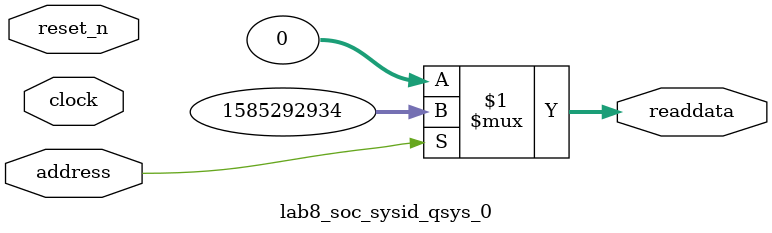
<source format=v>



// synthesis translate_off
`timescale 1ns / 1ps
// synthesis translate_on

// turn off superfluous verilog processor warnings 
// altera message_level Level1 
// altera message_off 10034 10035 10036 10037 10230 10240 10030 

module lab8_soc_sysid_qsys_0 (
               // inputs:
                address,
                clock,
                reset_n,

               // outputs:
                readdata
             )
;

  output  [ 31: 0] readdata;
  input            address;
  input            clock;
  input            reset_n;

  wire    [ 31: 0] readdata;
  //control_slave, which is an e_avalon_slave
  assign readdata = address ? 1585292934 : 0;

endmodule



</source>
